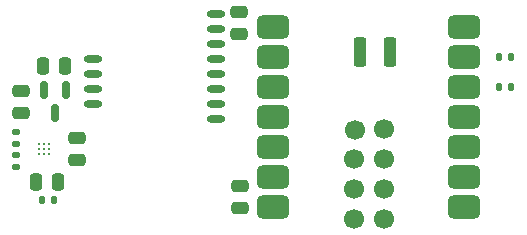
<source format=gtp>
%TF.GenerationSoftware,KiCad,Pcbnew,9.0.2*%
%TF.CreationDate,2025-07-06T18:25:15+02:00*%
%TF.ProjectId,Meshimi,4d657368-696d-4692-9e6b-696361645f70,v1.0*%
%TF.SameCoordinates,Original*%
%TF.FileFunction,Paste,Top*%
%TF.FilePolarity,Positive*%
%FSLAX46Y46*%
G04 Gerber Fmt 4.6, Leading zero omitted, Abs format (unit mm)*
G04 Created by KiCad (PCBNEW 9.0.2) date 2025-07-06 18:25:15*
%MOMM*%
%LPD*%
G01*
G04 APERTURE LIST*
G04 Aperture macros list*
%AMRoundRect*
0 Rectangle with rounded corners*
0 $1 Rounding radius*
0 $2 $3 $4 $5 $6 $7 $8 $9 X,Y pos of 4 corners*
0 Add a 4 corners polygon primitive as box body*
4,1,4,$2,$3,$4,$5,$6,$7,$8,$9,$2,$3,0*
0 Add four circle primitives for the rounded corners*
1,1,$1+$1,$2,$3*
1,1,$1+$1,$4,$5*
1,1,$1+$1,$6,$7*
1,1,$1+$1,$8,$9*
0 Add four rect primitives between the rounded corners*
20,1,$1+$1,$2,$3,$4,$5,0*
20,1,$1+$1,$4,$5,$6,$7,0*
20,1,$1+$1,$6,$7,$8,$9,0*
20,1,$1+$1,$8,$9,$2,$3,0*%
G04 Aperture macros list end*
%ADD10RoundRect,0.250000X0.475000X-0.250000X0.475000X0.250000X-0.475000X0.250000X-0.475000X-0.250000X0*%
%ADD11RoundRect,0.135000X0.185000X-0.135000X0.185000X0.135000X-0.185000X0.135000X-0.185000X-0.135000X0*%
%ADD12RoundRect,0.500000X0.875000X0.500000X-0.875000X0.500000X-0.875000X-0.500000X0.875000X-0.500000X0*%
%ADD13RoundRect,0.275000X0.275000X-0.975000X0.275000X0.975000X-0.275000X0.975000X-0.275000X-0.975000X0*%
%ADD14C,1.700000*%
%ADD15RoundRect,0.135000X-0.135000X-0.185000X0.135000X-0.185000X0.135000X0.185000X-0.135000X0.185000X0*%
%ADD16RoundRect,0.250000X0.250000X0.475000X-0.250000X0.475000X-0.250000X-0.475000X0.250000X-0.475000X0*%
%ADD17RoundRect,0.250000X-0.475000X0.250000X-0.475000X-0.250000X0.475000X-0.250000X0.475000X0.250000X0*%
%ADD18RoundRect,0.150000X-0.150000X0.587500X-0.150000X-0.587500X0.150000X-0.587500X0.150000X0.587500X0*%
%ADD19RoundRect,0.300000X0.500000X0.000010X-0.500000X0.000010X-0.500000X-0.000010X0.500000X-0.000010X0*%
%ADD20C,0.250000*%
%ADD21RoundRect,0.250000X-0.250000X-0.475000X0.250000X-0.475000X0.250000X0.475000X-0.250000X0.475000X0*%
G04 APERTURE END LIST*
D10*
%TO.C,C7*%
X127170000Y-108879000D03*
X127170000Y-106979000D03*
%TD*%
D11*
%TO.C,R5*%
X108200000Y-103410000D03*
X108200000Y-102390000D03*
%TD*%
D12*
%TO.C,U2*%
X146081600Y-108800000D03*
X146081600Y-106260000D03*
X146081600Y-103720000D03*
X146081600Y-101180000D03*
X146081600Y-98640000D03*
X146081600Y-96100000D03*
X146081600Y-93560000D03*
X129916600Y-93560000D03*
X129916600Y-96100000D03*
X129916600Y-98640000D03*
X129916600Y-101180000D03*
X129916600Y-103720000D03*
X129916600Y-106260000D03*
X129916600Y-108800000D03*
D13*
X139808000Y-95648300D03*
X137268000Y-95648300D03*
D14*
X139300000Y-109821500D03*
X136760000Y-109821500D03*
X139300000Y-107281500D03*
X136760000Y-107281500D03*
X139300000Y-104741500D03*
X136760000Y-104741500D03*
X139300000Y-102201500D03*
X136852600Y-102258300D03*
%TD*%
D15*
%TO.C,R7*%
X149090000Y-96100000D03*
X150110000Y-96100000D03*
%TD*%
D16*
%TO.C,C4*%
X111750000Y-106700000D03*
X109850000Y-106700000D03*
%TD*%
D15*
%TO.C,R3*%
X110390000Y-108200000D03*
X111410000Y-108200000D03*
%TD*%
D17*
%TO.C,C5*%
X113327000Y-102915000D03*
X113327000Y-104815000D03*
%TD*%
D15*
%TO.C,R6*%
X149090000Y-98600000D03*
X150110000Y-98600000D03*
%TD*%
D18*
%TO.C,U3*%
X112400000Y-98900000D03*
X110500000Y-98900000D03*
X111450000Y-100775000D03*
%TD*%
D19*
%TO.C,U1*%
X125100000Y-101341250D03*
X125100000Y-100071250D03*
X125100000Y-98801250D03*
X125100000Y-97531250D03*
X125100000Y-96261250D03*
X125100000Y-94991250D03*
X125100000Y-93721250D03*
X125100000Y-92451250D03*
X114700000Y-96261250D03*
X114700000Y-97531250D03*
X114700000Y-98801250D03*
X114700000Y-100071250D03*
%TD*%
D20*
%TO.C,U4*%
X110933000Y-103465000D03*
X110933000Y-103865000D03*
X110933000Y-104265000D03*
X110533000Y-103465000D03*
X110533000Y-103865000D03*
X110533000Y-104265000D03*
X110133000Y-103465000D03*
X110133000Y-103865000D03*
X110133000Y-104265000D03*
%TD*%
D11*
%TO.C,R4*%
X108200000Y-105410000D03*
X108200000Y-104390000D03*
%TD*%
D17*
%TO.C,C6*%
X127043000Y-92247000D03*
X127043000Y-94147000D03*
%TD*%
D21*
%TO.C,C2*%
X110450000Y-96837500D03*
X112350000Y-96837500D03*
%TD*%
D10*
%TO.C,C1*%
X108600000Y-100850000D03*
X108600000Y-98950000D03*
%TD*%
M02*

</source>
